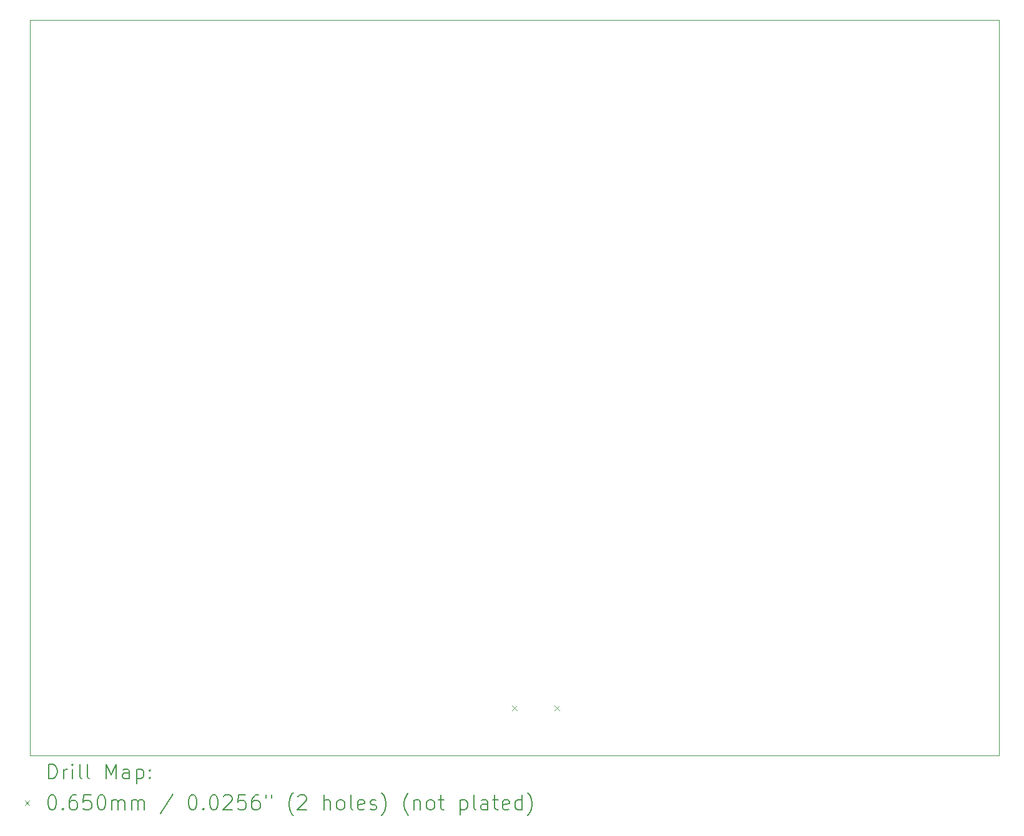
<source format=gbr>
%TF.GenerationSoftware,KiCad,Pcbnew,7.0.10*%
%TF.CreationDate,2024-04-10T04:00:53-07:00*%
%TF.ProjectId,COFFEE_MAKER,434f4646-4545-45f4-9d41-4b45522e6b69,rev?*%
%TF.SameCoordinates,Original*%
%TF.FileFunction,Drillmap*%
%TF.FilePolarity,Positive*%
%FSLAX45Y45*%
G04 Gerber Fmt 4.5, Leading zero omitted, Abs format (unit mm)*
G04 Created by KiCad (PCBNEW 7.0.10) date 2024-04-10 04:00:53*
%MOMM*%
%LPD*%
G01*
G04 APERTURE LIST*
%ADD10C,0.100000*%
%ADD11C,0.200000*%
G04 APERTURE END LIST*
D10*
X9779000Y-1968500D02*
X22923500Y-1968500D01*
X22923500Y-11938000D01*
X9779000Y-11938000D01*
X9779000Y-1968500D01*
D11*
D10*
X16315500Y-11264000D02*
X16380500Y-11329000D01*
X16380500Y-11264000D02*
X16315500Y-11329000D01*
X16893500Y-11264000D02*
X16958500Y-11329000D01*
X16958500Y-11264000D02*
X16893500Y-11329000D01*
D11*
X10034777Y-12254484D02*
X10034777Y-12054484D01*
X10034777Y-12054484D02*
X10082396Y-12054484D01*
X10082396Y-12054484D02*
X10110967Y-12064008D01*
X10110967Y-12064008D02*
X10130015Y-12083055D01*
X10130015Y-12083055D02*
X10139539Y-12102103D01*
X10139539Y-12102103D02*
X10149063Y-12140198D01*
X10149063Y-12140198D02*
X10149063Y-12168769D01*
X10149063Y-12168769D02*
X10139539Y-12206865D01*
X10139539Y-12206865D02*
X10130015Y-12225912D01*
X10130015Y-12225912D02*
X10110967Y-12244960D01*
X10110967Y-12244960D02*
X10082396Y-12254484D01*
X10082396Y-12254484D02*
X10034777Y-12254484D01*
X10234777Y-12254484D02*
X10234777Y-12121150D01*
X10234777Y-12159246D02*
X10244301Y-12140198D01*
X10244301Y-12140198D02*
X10253824Y-12130674D01*
X10253824Y-12130674D02*
X10272872Y-12121150D01*
X10272872Y-12121150D02*
X10291920Y-12121150D01*
X10358586Y-12254484D02*
X10358586Y-12121150D01*
X10358586Y-12054484D02*
X10349063Y-12064008D01*
X10349063Y-12064008D02*
X10358586Y-12073531D01*
X10358586Y-12073531D02*
X10368110Y-12064008D01*
X10368110Y-12064008D02*
X10358586Y-12054484D01*
X10358586Y-12054484D02*
X10358586Y-12073531D01*
X10482396Y-12254484D02*
X10463348Y-12244960D01*
X10463348Y-12244960D02*
X10453824Y-12225912D01*
X10453824Y-12225912D02*
X10453824Y-12054484D01*
X10587158Y-12254484D02*
X10568110Y-12244960D01*
X10568110Y-12244960D02*
X10558586Y-12225912D01*
X10558586Y-12225912D02*
X10558586Y-12054484D01*
X10815729Y-12254484D02*
X10815729Y-12054484D01*
X10815729Y-12054484D02*
X10882396Y-12197341D01*
X10882396Y-12197341D02*
X10949063Y-12054484D01*
X10949063Y-12054484D02*
X10949063Y-12254484D01*
X11130015Y-12254484D02*
X11130015Y-12149722D01*
X11130015Y-12149722D02*
X11120491Y-12130674D01*
X11120491Y-12130674D02*
X11101444Y-12121150D01*
X11101444Y-12121150D02*
X11063348Y-12121150D01*
X11063348Y-12121150D02*
X11044301Y-12130674D01*
X11130015Y-12244960D02*
X11110967Y-12254484D01*
X11110967Y-12254484D02*
X11063348Y-12254484D01*
X11063348Y-12254484D02*
X11044301Y-12244960D01*
X11044301Y-12244960D02*
X11034777Y-12225912D01*
X11034777Y-12225912D02*
X11034777Y-12206865D01*
X11034777Y-12206865D02*
X11044301Y-12187817D01*
X11044301Y-12187817D02*
X11063348Y-12178293D01*
X11063348Y-12178293D02*
X11110967Y-12178293D01*
X11110967Y-12178293D02*
X11130015Y-12168769D01*
X11225253Y-12121150D02*
X11225253Y-12321150D01*
X11225253Y-12130674D02*
X11244301Y-12121150D01*
X11244301Y-12121150D02*
X11282396Y-12121150D01*
X11282396Y-12121150D02*
X11301443Y-12130674D01*
X11301443Y-12130674D02*
X11310967Y-12140198D01*
X11310967Y-12140198D02*
X11320491Y-12159246D01*
X11320491Y-12159246D02*
X11320491Y-12216388D01*
X11320491Y-12216388D02*
X11310967Y-12235436D01*
X11310967Y-12235436D02*
X11301443Y-12244960D01*
X11301443Y-12244960D02*
X11282396Y-12254484D01*
X11282396Y-12254484D02*
X11244301Y-12254484D01*
X11244301Y-12254484D02*
X11225253Y-12244960D01*
X11406205Y-12235436D02*
X11415729Y-12244960D01*
X11415729Y-12244960D02*
X11406205Y-12254484D01*
X11406205Y-12254484D02*
X11396682Y-12244960D01*
X11396682Y-12244960D02*
X11406205Y-12235436D01*
X11406205Y-12235436D02*
X11406205Y-12254484D01*
X11406205Y-12130674D02*
X11415729Y-12140198D01*
X11415729Y-12140198D02*
X11406205Y-12149722D01*
X11406205Y-12149722D02*
X11396682Y-12140198D01*
X11396682Y-12140198D02*
X11406205Y-12130674D01*
X11406205Y-12130674D02*
X11406205Y-12149722D01*
D10*
X9709000Y-12550500D02*
X9774000Y-12615500D01*
X9774000Y-12550500D02*
X9709000Y-12615500D01*
D11*
X10072872Y-12474484D02*
X10091920Y-12474484D01*
X10091920Y-12474484D02*
X10110967Y-12484008D01*
X10110967Y-12484008D02*
X10120491Y-12493531D01*
X10120491Y-12493531D02*
X10130015Y-12512579D01*
X10130015Y-12512579D02*
X10139539Y-12550674D01*
X10139539Y-12550674D02*
X10139539Y-12598293D01*
X10139539Y-12598293D02*
X10130015Y-12636388D01*
X10130015Y-12636388D02*
X10120491Y-12655436D01*
X10120491Y-12655436D02*
X10110967Y-12664960D01*
X10110967Y-12664960D02*
X10091920Y-12674484D01*
X10091920Y-12674484D02*
X10072872Y-12674484D01*
X10072872Y-12674484D02*
X10053824Y-12664960D01*
X10053824Y-12664960D02*
X10044301Y-12655436D01*
X10044301Y-12655436D02*
X10034777Y-12636388D01*
X10034777Y-12636388D02*
X10025253Y-12598293D01*
X10025253Y-12598293D02*
X10025253Y-12550674D01*
X10025253Y-12550674D02*
X10034777Y-12512579D01*
X10034777Y-12512579D02*
X10044301Y-12493531D01*
X10044301Y-12493531D02*
X10053824Y-12484008D01*
X10053824Y-12484008D02*
X10072872Y-12474484D01*
X10225253Y-12655436D02*
X10234777Y-12664960D01*
X10234777Y-12664960D02*
X10225253Y-12674484D01*
X10225253Y-12674484D02*
X10215729Y-12664960D01*
X10215729Y-12664960D02*
X10225253Y-12655436D01*
X10225253Y-12655436D02*
X10225253Y-12674484D01*
X10406205Y-12474484D02*
X10368110Y-12474484D01*
X10368110Y-12474484D02*
X10349063Y-12484008D01*
X10349063Y-12484008D02*
X10339539Y-12493531D01*
X10339539Y-12493531D02*
X10320491Y-12522103D01*
X10320491Y-12522103D02*
X10310967Y-12560198D01*
X10310967Y-12560198D02*
X10310967Y-12636388D01*
X10310967Y-12636388D02*
X10320491Y-12655436D01*
X10320491Y-12655436D02*
X10330015Y-12664960D01*
X10330015Y-12664960D02*
X10349063Y-12674484D01*
X10349063Y-12674484D02*
X10387158Y-12674484D01*
X10387158Y-12674484D02*
X10406205Y-12664960D01*
X10406205Y-12664960D02*
X10415729Y-12655436D01*
X10415729Y-12655436D02*
X10425253Y-12636388D01*
X10425253Y-12636388D02*
X10425253Y-12588769D01*
X10425253Y-12588769D02*
X10415729Y-12569722D01*
X10415729Y-12569722D02*
X10406205Y-12560198D01*
X10406205Y-12560198D02*
X10387158Y-12550674D01*
X10387158Y-12550674D02*
X10349063Y-12550674D01*
X10349063Y-12550674D02*
X10330015Y-12560198D01*
X10330015Y-12560198D02*
X10320491Y-12569722D01*
X10320491Y-12569722D02*
X10310967Y-12588769D01*
X10606205Y-12474484D02*
X10510967Y-12474484D01*
X10510967Y-12474484D02*
X10501444Y-12569722D01*
X10501444Y-12569722D02*
X10510967Y-12560198D01*
X10510967Y-12560198D02*
X10530015Y-12550674D01*
X10530015Y-12550674D02*
X10577634Y-12550674D01*
X10577634Y-12550674D02*
X10596682Y-12560198D01*
X10596682Y-12560198D02*
X10606205Y-12569722D01*
X10606205Y-12569722D02*
X10615729Y-12588769D01*
X10615729Y-12588769D02*
X10615729Y-12636388D01*
X10615729Y-12636388D02*
X10606205Y-12655436D01*
X10606205Y-12655436D02*
X10596682Y-12664960D01*
X10596682Y-12664960D02*
X10577634Y-12674484D01*
X10577634Y-12674484D02*
X10530015Y-12674484D01*
X10530015Y-12674484D02*
X10510967Y-12664960D01*
X10510967Y-12664960D02*
X10501444Y-12655436D01*
X10739539Y-12474484D02*
X10758586Y-12474484D01*
X10758586Y-12474484D02*
X10777634Y-12484008D01*
X10777634Y-12484008D02*
X10787158Y-12493531D01*
X10787158Y-12493531D02*
X10796682Y-12512579D01*
X10796682Y-12512579D02*
X10806205Y-12550674D01*
X10806205Y-12550674D02*
X10806205Y-12598293D01*
X10806205Y-12598293D02*
X10796682Y-12636388D01*
X10796682Y-12636388D02*
X10787158Y-12655436D01*
X10787158Y-12655436D02*
X10777634Y-12664960D01*
X10777634Y-12664960D02*
X10758586Y-12674484D01*
X10758586Y-12674484D02*
X10739539Y-12674484D01*
X10739539Y-12674484D02*
X10720491Y-12664960D01*
X10720491Y-12664960D02*
X10710967Y-12655436D01*
X10710967Y-12655436D02*
X10701444Y-12636388D01*
X10701444Y-12636388D02*
X10691920Y-12598293D01*
X10691920Y-12598293D02*
X10691920Y-12550674D01*
X10691920Y-12550674D02*
X10701444Y-12512579D01*
X10701444Y-12512579D02*
X10710967Y-12493531D01*
X10710967Y-12493531D02*
X10720491Y-12484008D01*
X10720491Y-12484008D02*
X10739539Y-12474484D01*
X10891920Y-12674484D02*
X10891920Y-12541150D01*
X10891920Y-12560198D02*
X10901444Y-12550674D01*
X10901444Y-12550674D02*
X10920491Y-12541150D01*
X10920491Y-12541150D02*
X10949063Y-12541150D01*
X10949063Y-12541150D02*
X10968110Y-12550674D01*
X10968110Y-12550674D02*
X10977634Y-12569722D01*
X10977634Y-12569722D02*
X10977634Y-12674484D01*
X10977634Y-12569722D02*
X10987158Y-12550674D01*
X10987158Y-12550674D02*
X11006205Y-12541150D01*
X11006205Y-12541150D02*
X11034777Y-12541150D01*
X11034777Y-12541150D02*
X11053825Y-12550674D01*
X11053825Y-12550674D02*
X11063348Y-12569722D01*
X11063348Y-12569722D02*
X11063348Y-12674484D01*
X11158586Y-12674484D02*
X11158586Y-12541150D01*
X11158586Y-12560198D02*
X11168110Y-12550674D01*
X11168110Y-12550674D02*
X11187158Y-12541150D01*
X11187158Y-12541150D02*
X11215729Y-12541150D01*
X11215729Y-12541150D02*
X11234777Y-12550674D01*
X11234777Y-12550674D02*
X11244301Y-12569722D01*
X11244301Y-12569722D02*
X11244301Y-12674484D01*
X11244301Y-12569722D02*
X11253824Y-12550674D01*
X11253824Y-12550674D02*
X11272872Y-12541150D01*
X11272872Y-12541150D02*
X11301443Y-12541150D01*
X11301443Y-12541150D02*
X11320491Y-12550674D01*
X11320491Y-12550674D02*
X11330015Y-12569722D01*
X11330015Y-12569722D02*
X11330015Y-12674484D01*
X11720491Y-12464960D02*
X11549063Y-12722103D01*
X11977634Y-12474484D02*
X11996682Y-12474484D01*
X11996682Y-12474484D02*
X12015729Y-12484008D01*
X12015729Y-12484008D02*
X12025253Y-12493531D01*
X12025253Y-12493531D02*
X12034777Y-12512579D01*
X12034777Y-12512579D02*
X12044301Y-12550674D01*
X12044301Y-12550674D02*
X12044301Y-12598293D01*
X12044301Y-12598293D02*
X12034777Y-12636388D01*
X12034777Y-12636388D02*
X12025253Y-12655436D01*
X12025253Y-12655436D02*
X12015729Y-12664960D01*
X12015729Y-12664960D02*
X11996682Y-12674484D01*
X11996682Y-12674484D02*
X11977634Y-12674484D01*
X11977634Y-12674484D02*
X11958586Y-12664960D01*
X11958586Y-12664960D02*
X11949063Y-12655436D01*
X11949063Y-12655436D02*
X11939539Y-12636388D01*
X11939539Y-12636388D02*
X11930015Y-12598293D01*
X11930015Y-12598293D02*
X11930015Y-12550674D01*
X11930015Y-12550674D02*
X11939539Y-12512579D01*
X11939539Y-12512579D02*
X11949063Y-12493531D01*
X11949063Y-12493531D02*
X11958586Y-12484008D01*
X11958586Y-12484008D02*
X11977634Y-12474484D01*
X12130015Y-12655436D02*
X12139539Y-12664960D01*
X12139539Y-12664960D02*
X12130015Y-12674484D01*
X12130015Y-12674484D02*
X12120491Y-12664960D01*
X12120491Y-12664960D02*
X12130015Y-12655436D01*
X12130015Y-12655436D02*
X12130015Y-12674484D01*
X12263348Y-12474484D02*
X12282396Y-12474484D01*
X12282396Y-12474484D02*
X12301444Y-12484008D01*
X12301444Y-12484008D02*
X12310967Y-12493531D01*
X12310967Y-12493531D02*
X12320491Y-12512579D01*
X12320491Y-12512579D02*
X12330015Y-12550674D01*
X12330015Y-12550674D02*
X12330015Y-12598293D01*
X12330015Y-12598293D02*
X12320491Y-12636388D01*
X12320491Y-12636388D02*
X12310967Y-12655436D01*
X12310967Y-12655436D02*
X12301444Y-12664960D01*
X12301444Y-12664960D02*
X12282396Y-12674484D01*
X12282396Y-12674484D02*
X12263348Y-12674484D01*
X12263348Y-12674484D02*
X12244301Y-12664960D01*
X12244301Y-12664960D02*
X12234777Y-12655436D01*
X12234777Y-12655436D02*
X12225253Y-12636388D01*
X12225253Y-12636388D02*
X12215729Y-12598293D01*
X12215729Y-12598293D02*
X12215729Y-12550674D01*
X12215729Y-12550674D02*
X12225253Y-12512579D01*
X12225253Y-12512579D02*
X12234777Y-12493531D01*
X12234777Y-12493531D02*
X12244301Y-12484008D01*
X12244301Y-12484008D02*
X12263348Y-12474484D01*
X12406206Y-12493531D02*
X12415729Y-12484008D01*
X12415729Y-12484008D02*
X12434777Y-12474484D01*
X12434777Y-12474484D02*
X12482396Y-12474484D01*
X12482396Y-12474484D02*
X12501444Y-12484008D01*
X12501444Y-12484008D02*
X12510967Y-12493531D01*
X12510967Y-12493531D02*
X12520491Y-12512579D01*
X12520491Y-12512579D02*
X12520491Y-12531627D01*
X12520491Y-12531627D02*
X12510967Y-12560198D01*
X12510967Y-12560198D02*
X12396682Y-12674484D01*
X12396682Y-12674484D02*
X12520491Y-12674484D01*
X12701444Y-12474484D02*
X12606206Y-12474484D01*
X12606206Y-12474484D02*
X12596682Y-12569722D01*
X12596682Y-12569722D02*
X12606206Y-12560198D01*
X12606206Y-12560198D02*
X12625253Y-12550674D01*
X12625253Y-12550674D02*
X12672872Y-12550674D01*
X12672872Y-12550674D02*
X12691920Y-12560198D01*
X12691920Y-12560198D02*
X12701444Y-12569722D01*
X12701444Y-12569722D02*
X12710967Y-12588769D01*
X12710967Y-12588769D02*
X12710967Y-12636388D01*
X12710967Y-12636388D02*
X12701444Y-12655436D01*
X12701444Y-12655436D02*
X12691920Y-12664960D01*
X12691920Y-12664960D02*
X12672872Y-12674484D01*
X12672872Y-12674484D02*
X12625253Y-12674484D01*
X12625253Y-12674484D02*
X12606206Y-12664960D01*
X12606206Y-12664960D02*
X12596682Y-12655436D01*
X12882396Y-12474484D02*
X12844301Y-12474484D01*
X12844301Y-12474484D02*
X12825253Y-12484008D01*
X12825253Y-12484008D02*
X12815729Y-12493531D01*
X12815729Y-12493531D02*
X12796682Y-12522103D01*
X12796682Y-12522103D02*
X12787158Y-12560198D01*
X12787158Y-12560198D02*
X12787158Y-12636388D01*
X12787158Y-12636388D02*
X12796682Y-12655436D01*
X12796682Y-12655436D02*
X12806206Y-12664960D01*
X12806206Y-12664960D02*
X12825253Y-12674484D01*
X12825253Y-12674484D02*
X12863348Y-12674484D01*
X12863348Y-12674484D02*
X12882396Y-12664960D01*
X12882396Y-12664960D02*
X12891920Y-12655436D01*
X12891920Y-12655436D02*
X12901444Y-12636388D01*
X12901444Y-12636388D02*
X12901444Y-12588769D01*
X12901444Y-12588769D02*
X12891920Y-12569722D01*
X12891920Y-12569722D02*
X12882396Y-12560198D01*
X12882396Y-12560198D02*
X12863348Y-12550674D01*
X12863348Y-12550674D02*
X12825253Y-12550674D01*
X12825253Y-12550674D02*
X12806206Y-12560198D01*
X12806206Y-12560198D02*
X12796682Y-12569722D01*
X12796682Y-12569722D02*
X12787158Y-12588769D01*
X12977634Y-12474484D02*
X12977634Y-12512579D01*
X13053825Y-12474484D02*
X13053825Y-12512579D01*
X13349063Y-12750674D02*
X13339539Y-12741150D01*
X13339539Y-12741150D02*
X13320491Y-12712579D01*
X13320491Y-12712579D02*
X13310968Y-12693531D01*
X13310968Y-12693531D02*
X13301444Y-12664960D01*
X13301444Y-12664960D02*
X13291920Y-12617341D01*
X13291920Y-12617341D02*
X13291920Y-12579246D01*
X13291920Y-12579246D02*
X13301444Y-12531627D01*
X13301444Y-12531627D02*
X13310968Y-12503055D01*
X13310968Y-12503055D02*
X13320491Y-12484008D01*
X13320491Y-12484008D02*
X13339539Y-12455436D01*
X13339539Y-12455436D02*
X13349063Y-12445912D01*
X13415729Y-12493531D02*
X13425253Y-12484008D01*
X13425253Y-12484008D02*
X13444301Y-12474484D01*
X13444301Y-12474484D02*
X13491920Y-12474484D01*
X13491920Y-12474484D02*
X13510968Y-12484008D01*
X13510968Y-12484008D02*
X13520491Y-12493531D01*
X13520491Y-12493531D02*
X13530015Y-12512579D01*
X13530015Y-12512579D02*
X13530015Y-12531627D01*
X13530015Y-12531627D02*
X13520491Y-12560198D01*
X13520491Y-12560198D02*
X13406206Y-12674484D01*
X13406206Y-12674484D02*
X13530015Y-12674484D01*
X13768110Y-12674484D02*
X13768110Y-12474484D01*
X13853825Y-12674484D02*
X13853825Y-12569722D01*
X13853825Y-12569722D02*
X13844301Y-12550674D01*
X13844301Y-12550674D02*
X13825253Y-12541150D01*
X13825253Y-12541150D02*
X13796682Y-12541150D01*
X13796682Y-12541150D02*
X13777634Y-12550674D01*
X13777634Y-12550674D02*
X13768110Y-12560198D01*
X13977634Y-12674484D02*
X13958587Y-12664960D01*
X13958587Y-12664960D02*
X13949063Y-12655436D01*
X13949063Y-12655436D02*
X13939539Y-12636388D01*
X13939539Y-12636388D02*
X13939539Y-12579246D01*
X13939539Y-12579246D02*
X13949063Y-12560198D01*
X13949063Y-12560198D02*
X13958587Y-12550674D01*
X13958587Y-12550674D02*
X13977634Y-12541150D01*
X13977634Y-12541150D02*
X14006206Y-12541150D01*
X14006206Y-12541150D02*
X14025253Y-12550674D01*
X14025253Y-12550674D02*
X14034777Y-12560198D01*
X14034777Y-12560198D02*
X14044301Y-12579246D01*
X14044301Y-12579246D02*
X14044301Y-12636388D01*
X14044301Y-12636388D02*
X14034777Y-12655436D01*
X14034777Y-12655436D02*
X14025253Y-12664960D01*
X14025253Y-12664960D02*
X14006206Y-12674484D01*
X14006206Y-12674484D02*
X13977634Y-12674484D01*
X14158587Y-12674484D02*
X14139539Y-12664960D01*
X14139539Y-12664960D02*
X14130015Y-12645912D01*
X14130015Y-12645912D02*
X14130015Y-12474484D01*
X14310968Y-12664960D02*
X14291920Y-12674484D01*
X14291920Y-12674484D02*
X14253825Y-12674484D01*
X14253825Y-12674484D02*
X14234777Y-12664960D01*
X14234777Y-12664960D02*
X14225253Y-12645912D01*
X14225253Y-12645912D02*
X14225253Y-12569722D01*
X14225253Y-12569722D02*
X14234777Y-12550674D01*
X14234777Y-12550674D02*
X14253825Y-12541150D01*
X14253825Y-12541150D02*
X14291920Y-12541150D01*
X14291920Y-12541150D02*
X14310968Y-12550674D01*
X14310968Y-12550674D02*
X14320491Y-12569722D01*
X14320491Y-12569722D02*
X14320491Y-12588769D01*
X14320491Y-12588769D02*
X14225253Y-12607817D01*
X14396682Y-12664960D02*
X14415730Y-12674484D01*
X14415730Y-12674484D02*
X14453825Y-12674484D01*
X14453825Y-12674484D02*
X14472872Y-12664960D01*
X14472872Y-12664960D02*
X14482396Y-12645912D01*
X14482396Y-12645912D02*
X14482396Y-12636388D01*
X14482396Y-12636388D02*
X14472872Y-12617341D01*
X14472872Y-12617341D02*
X14453825Y-12607817D01*
X14453825Y-12607817D02*
X14425253Y-12607817D01*
X14425253Y-12607817D02*
X14406206Y-12598293D01*
X14406206Y-12598293D02*
X14396682Y-12579246D01*
X14396682Y-12579246D02*
X14396682Y-12569722D01*
X14396682Y-12569722D02*
X14406206Y-12550674D01*
X14406206Y-12550674D02*
X14425253Y-12541150D01*
X14425253Y-12541150D02*
X14453825Y-12541150D01*
X14453825Y-12541150D02*
X14472872Y-12550674D01*
X14549063Y-12750674D02*
X14558587Y-12741150D01*
X14558587Y-12741150D02*
X14577634Y-12712579D01*
X14577634Y-12712579D02*
X14587158Y-12693531D01*
X14587158Y-12693531D02*
X14596682Y-12664960D01*
X14596682Y-12664960D02*
X14606206Y-12617341D01*
X14606206Y-12617341D02*
X14606206Y-12579246D01*
X14606206Y-12579246D02*
X14596682Y-12531627D01*
X14596682Y-12531627D02*
X14587158Y-12503055D01*
X14587158Y-12503055D02*
X14577634Y-12484008D01*
X14577634Y-12484008D02*
X14558587Y-12455436D01*
X14558587Y-12455436D02*
X14549063Y-12445912D01*
X14910968Y-12750674D02*
X14901444Y-12741150D01*
X14901444Y-12741150D02*
X14882396Y-12712579D01*
X14882396Y-12712579D02*
X14872872Y-12693531D01*
X14872872Y-12693531D02*
X14863349Y-12664960D01*
X14863349Y-12664960D02*
X14853825Y-12617341D01*
X14853825Y-12617341D02*
X14853825Y-12579246D01*
X14853825Y-12579246D02*
X14863349Y-12531627D01*
X14863349Y-12531627D02*
X14872872Y-12503055D01*
X14872872Y-12503055D02*
X14882396Y-12484008D01*
X14882396Y-12484008D02*
X14901444Y-12455436D01*
X14901444Y-12455436D02*
X14910968Y-12445912D01*
X14987158Y-12541150D02*
X14987158Y-12674484D01*
X14987158Y-12560198D02*
X14996682Y-12550674D01*
X14996682Y-12550674D02*
X15015730Y-12541150D01*
X15015730Y-12541150D02*
X15044301Y-12541150D01*
X15044301Y-12541150D02*
X15063349Y-12550674D01*
X15063349Y-12550674D02*
X15072872Y-12569722D01*
X15072872Y-12569722D02*
X15072872Y-12674484D01*
X15196682Y-12674484D02*
X15177634Y-12664960D01*
X15177634Y-12664960D02*
X15168111Y-12655436D01*
X15168111Y-12655436D02*
X15158587Y-12636388D01*
X15158587Y-12636388D02*
X15158587Y-12579246D01*
X15158587Y-12579246D02*
X15168111Y-12560198D01*
X15168111Y-12560198D02*
X15177634Y-12550674D01*
X15177634Y-12550674D02*
X15196682Y-12541150D01*
X15196682Y-12541150D02*
X15225253Y-12541150D01*
X15225253Y-12541150D02*
X15244301Y-12550674D01*
X15244301Y-12550674D02*
X15253825Y-12560198D01*
X15253825Y-12560198D02*
X15263349Y-12579246D01*
X15263349Y-12579246D02*
X15263349Y-12636388D01*
X15263349Y-12636388D02*
X15253825Y-12655436D01*
X15253825Y-12655436D02*
X15244301Y-12664960D01*
X15244301Y-12664960D02*
X15225253Y-12674484D01*
X15225253Y-12674484D02*
X15196682Y-12674484D01*
X15320492Y-12541150D02*
X15396682Y-12541150D01*
X15349063Y-12474484D02*
X15349063Y-12645912D01*
X15349063Y-12645912D02*
X15358587Y-12664960D01*
X15358587Y-12664960D02*
X15377634Y-12674484D01*
X15377634Y-12674484D02*
X15396682Y-12674484D01*
X15615730Y-12541150D02*
X15615730Y-12741150D01*
X15615730Y-12550674D02*
X15634777Y-12541150D01*
X15634777Y-12541150D02*
X15672873Y-12541150D01*
X15672873Y-12541150D02*
X15691920Y-12550674D01*
X15691920Y-12550674D02*
X15701444Y-12560198D01*
X15701444Y-12560198D02*
X15710968Y-12579246D01*
X15710968Y-12579246D02*
X15710968Y-12636388D01*
X15710968Y-12636388D02*
X15701444Y-12655436D01*
X15701444Y-12655436D02*
X15691920Y-12664960D01*
X15691920Y-12664960D02*
X15672873Y-12674484D01*
X15672873Y-12674484D02*
X15634777Y-12674484D01*
X15634777Y-12674484D02*
X15615730Y-12664960D01*
X15825253Y-12674484D02*
X15806206Y-12664960D01*
X15806206Y-12664960D02*
X15796682Y-12645912D01*
X15796682Y-12645912D02*
X15796682Y-12474484D01*
X15987158Y-12674484D02*
X15987158Y-12569722D01*
X15987158Y-12569722D02*
X15977634Y-12550674D01*
X15977634Y-12550674D02*
X15958587Y-12541150D01*
X15958587Y-12541150D02*
X15920492Y-12541150D01*
X15920492Y-12541150D02*
X15901444Y-12550674D01*
X15987158Y-12664960D02*
X15968111Y-12674484D01*
X15968111Y-12674484D02*
X15920492Y-12674484D01*
X15920492Y-12674484D02*
X15901444Y-12664960D01*
X15901444Y-12664960D02*
X15891920Y-12645912D01*
X15891920Y-12645912D02*
X15891920Y-12626865D01*
X15891920Y-12626865D02*
X15901444Y-12607817D01*
X15901444Y-12607817D02*
X15920492Y-12598293D01*
X15920492Y-12598293D02*
X15968111Y-12598293D01*
X15968111Y-12598293D02*
X15987158Y-12588769D01*
X16053825Y-12541150D02*
X16130015Y-12541150D01*
X16082396Y-12474484D02*
X16082396Y-12645912D01*
X16082396Y-12645912D02*
X16091920Y-12664960D01*
X16091920Y-12664960D02*
X16110968Y-12674484D01*
X16110968Y-12674484D02*
X16130015Y-12674484D01*
X16272873Y-12664960D02*
X16253825Y-12674484D01*
X16253825Y-12674484D02*
X16215730Y-12674484D01*
X16215730Y-12674484D02*
X16196682Y-12664960D01*
X16196682Y-12664960D02*
X16187158Y-12645912D01*
X16187158Y-12645912D02*
X16187158Y-12569722D01*
X16187158Y-12569722D02*
X16196682Y-12550674D01*
X16196682Y-12550674D02*
X16215730Y-12541150D01*
X16215730Y-12541150D02*
X16253825Y-12541150D01*
X16253825Y-12541150D02*
X16272873Y-12550674D01*
X16272873Y-12550674D02*
X16282396Y-12569722D01*
X16282396Y-12569722D02*
X16282396Y-12588769D01*
X16282396Y-12588769D02*
X16187158Y-12607817D01*
X16453825Y-12674484D02*
X16453825Y-12474484D01*
X16453825Y-12664960D02*
X16434777Y-12674484D01*
X16434777Y-12674484D02*
X16396682Y-12674484D01*
X16396682Y-12674484D02*
X16377634Y-12664960D01*
X16377634Y-12664960D02*
X16368111Y-12655436D01*
X16368111Y-12655436D02*
X16358587Y-12636388D01*
X16358587Y-12636388D02*
X16358587Y-12579246D01*
X16358587Y-12579246D02*
X16368111Y-12560198D01*
X16368111Y-12560198D02*
X16377634Y-12550674D01*
X16377634Y-12550674D02*
X16396682Y-12541150D01*
X16396682Y-12541150D02*
X16434777Y-12541150D01*
X16434777Y-12541150D02*
X16453825Y-12550674D01*
X16530015Y-12750674D02*
X16539539Y-12741150D01*
X16539539Y-12741150D02*
X16558587Y-12712579D01*
X16558587Y-12712579D02*
X16568111Y-12693531D01*
X16568111Y-12693531D02*
X16577634Y-12664960D01*
X16577634Y-12664960D02*
X16587158Y-12617341D01*
X16587158Y-12617341D02*
X16587158Y-12579246D01*
X16587158Y-12579246D02*
X16577634Y-12531627D01*
X16577634Y-12531627D02*
X16568111Y-12503055D01*
X16568111Y-12503055D02*
X16558587Y-12484008D01*
X16558587Y-12484008D02*
X16539539Y-12455436D01*
X16539539Y-12455436D02*
X16530015Y-12445912D01*
M02*

</source>
